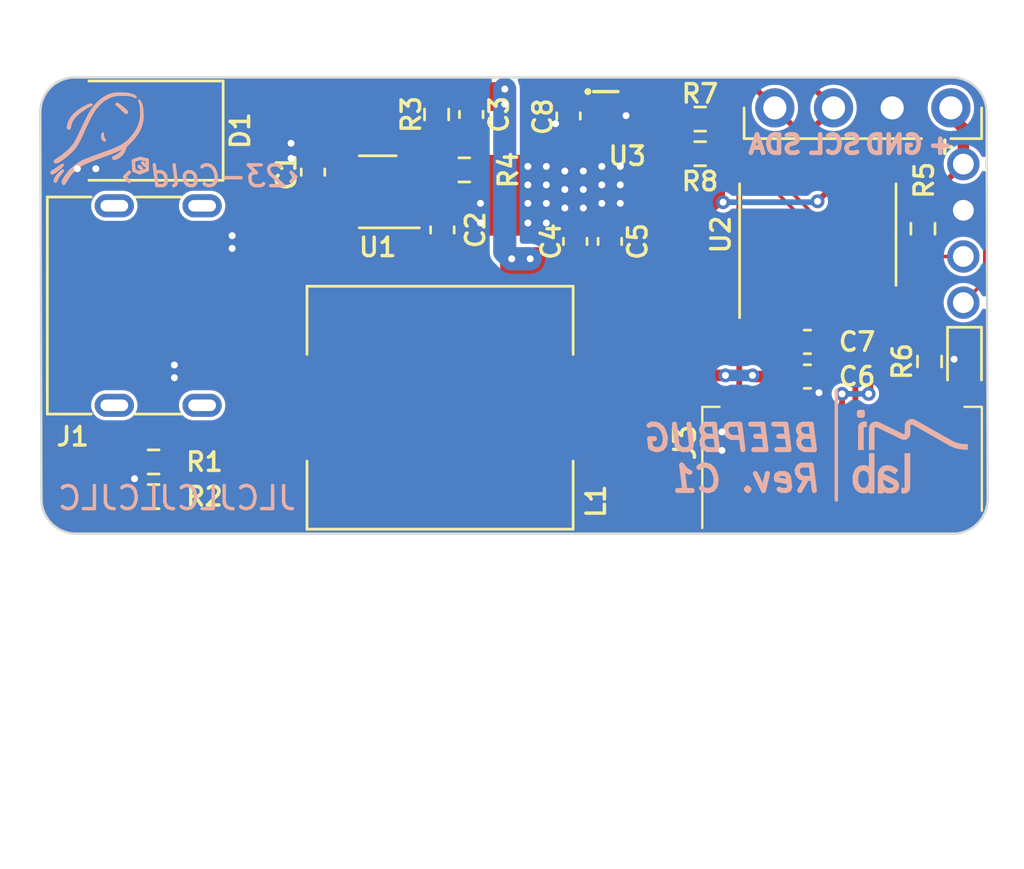
<source format=kicad_pcb>
(kicad_pcb (version 20221018) (generator pcbnew)
  (layers (0 "F.Cu" signal) (31 "B.Cu" signal) (34 "B.Paste" user) (35 "F.Paste" user) (36 "B.SilkS" user "B.Silkscreen") (37 "F.SilkS" user "F.Silkscreen") (38 "B.Mask" user) (39 "F.Mask" user) (44 "Edge.Cuts" user))
  (net 0 "")
  (net 1 "VBUS")
  (net 2 "GND")
  (net 3 "Net-(U1-BS)")
  (net 4 "Net-(U1-SW)")
  (net 5 "VDD")
  (net 6 "Net-(U1-FB)")
  (net 7 "Net-(D2-A)")
  (net 8 "Net-(J1-CC1)")
  (net 9 "Net-(J1-CC2)")
  (net 11 "SWCLK")
  (net 12 "SWDIO")
  (net 13 "nRF_CE")
  (net 14 "SPI1_CSx")
  (net 15 "SPI1_CK")
  (net 16 "SPI1_MOSI")
  (net 17 "SPI1_MISO")
  (net 19 "I2C2_SCL")
  (net 20 "I2C2_SDA")
  (net 21 "ACT_LED")
  (footprint "Capacitor_SMD:C_0603_1608Metric" (layer "F.Cu") (at 55.7 57.1 -90)
    (fp_text reference "C3" (at 0 -1.2 90) (layer "F.SilkS") (effects (font (size 0.8 0.8))))
    (fp_text value "22p")
    (pad "1" smd roundrect (at -0.775 0 270) (size 0.9 0.95) (layers "F.Cu" "F.Paste" "F.Mask") (net 5 "VDD"))
    (pad "2" smd roundrect (at 0.775 0 270) (size 0.9 0.95) (layers "F.Cu" "F.Paste" "F.Mask") (net 6 "Net-(U1-FB)"))
  )
  (footprint "Resistor_SMD:R_0603_1608Metric" (layer "F.Cu") (at 55.4 59.5)
    (fp_text reference "R4" (at 1.9 0 90) (layer "F.SilkS") (effects (font (size 0.8 0.8))))
    (fp_text value "22k")
    (pad "1" smd roundrect (at -0.825 0) (size 0.8 0.95) (layers "F.Cu" "F.Paste" "F.Mask") (net 6 "Net-(U1-FB)"))
    (pad "2" smd roundrect (at 0.825 0) (size 0.8 0.95) (layers "F.Cu" "F.Paste" "F.Mask") (net 2 "GND"))
  )
  (footprint "Resistor_SMD:R_0603_1608Metric" (layer "F.Cu") (at 65.61 57.3 180)
    (fp_text reference "R7" (at 0.01 1.1) (layer "F.SilkS") (effects (font (size 0.8 0.8))))
    (fp_text value "3.3k")
    (pad "1" smd roundrect (at -0.825 0 180) (size 0.8 0.95) (layers "F.Cu" "F.Paste" "F.Mask") (net 5 "VDD"))
    (pad "2" smd roundrect (at 0.825 0 180) (size 0.8 0.95) (layers "F.Cu" "F.Paste" "F.Mask") (net 19 "I2C2_SCL"))
  )
  (footprint "Capacitor_SMD:C_0603_1608Metric" (layer "F.Cu") (at 70.25 66.95)
    (fp_text reference "C7" (at 2.15 0) (layer "F.SilkS") (effects (font (size 0.8 0.8))))
    (fp_text value "100n")
    (pad "1" smd roundrect (at -0.775 0) (size 0.9 0.95) (layers "F.Cu" "F.Paste" "F.Mask") (net 5 "VDD"))
    (pad "2" smd roundrect (at 0.775 0) (size 0.9 0.95) (layers "F.Cu" "F.Paste" "F.Mask") (net 2 "GND"))
  )
  (footprint "Capacitor_SMD:C_0603_1608Metric" (layer "F.Cu") (at 61.7 62.6 90)
    (fp_text reference "C5" (at 0 1.2 90) (layer "F.SilkS") (effects (font (size 0.8 0.8))))
    (fp_text value "22u")
    (pad "1" smd roundrect (at -0.775 0 90) (size 0.9 0.95) (layers "F.Cu" "F.Paste" "F.Mask") (net 5 "VDD"))
    (pad "2" smd roundrect (at 0.775 0 90) (size 0.9 0.95) (layers "F.Cu" "F.Paste" "F.Mask") (net 2 "GND"))
  )
  (footprint "Resistor_SMD:R_0603_1608Metric" (layer "F.Cu") (at 54.2 57.1 -90)
    (fp_text reference "R3" (at 0 1.1 90) (layer "F.SilkS") (effects (font (size 0.8 0.8))))
    (fp_text value "100k")
    (pad "1" smd roundrect (at -0.825 0 270) (size 0.8 0.95) (layers "F.Cu" "F.Paste" "F.Mask") (net 5 "VDD"))
    (pad "2" smd roundrect (at 0.825 0 270) (size 0.8 0.95) (layers "F.Cu" "F.Paste" "F.Mask") (net 6 "Net-(U1-FB)"))
  )
  (footprint "Connector_PinHeader_2.54mm:PinHeader_1x04_P2.54mm_Vertical" (layer "F.Cu") (at 76.46 56.815 -90)
    (fp_text reference "J4" hide)
    (fp_text value "Conn_01x04")
    (pad "1" thru_hole circle (at 0 0 270) (size 1.7 1.7) (drill 1) (layers "*.Cu" "*.Mask") (net 5 "VDD"))
    (pad "2" thru_hole oval (at 0 2.54 270) (size 1.7 1.7) (drill 1) (layers "*.Cu" "*.Mask") (net 2 "GND"))
    (pad "3" thru_hole oval (at 0 5.08 270) (size 1.7 1.7) (drill 1) (layers "*.Cu" "*.Mask") (net 19 "I2C2_SCL"))
    (pad "4" thru_hole oval (at 0 7.62 270) (size 1.7 1.7) (drill 1) (layers "*.Cu" "*.Mask") (net 20 "I2C2_SDA"))
  )
  (footprint "LED_SMD:LED_0603_1608Metric" (layer "F.Cu") (at 77.05 67.8 -90)
    (fp_text reference "D2" hide)
    (fp_text value "Green")
    (pad "1" smd roundrect (at -0.7875 0 270) (size 0.875 0.95) (layers "F.Cu" "F.Paste" "F.Mask") (net 2 "GND"))
    (pad "2" smd roundrect (at 0.7875 0 270) (size 0.875 0.95) (layers "F.Cu" "F.Paste" "F.Mask") (net 7 "Net-(D2-A)"))
  )
  (footprint "Flowerbed_footprints:TestPoints_1x04_P2.0" (layer "F.Cu") (at 77 62.25 -90)
    (fp_text reference "J2" hide)
    (fp_text value "Conn_01x04")
    (fp_text user "+" (at -3.75 0.75 -90 unlocked) (layer "F.SilkS") (effects (font (size 0.75 0.75))))
    (pad "1" thru_hole circle (at -3 0 270) (size 1.4 1.4) (drill 0.9) (layers "*.Cu" "*.Mask") (net 5 "VDD"))
    (pad "2" thru_hole circle (at -1 0 270) (size 1.4 1.4) (drill 0.9) (layers "*.Cu" "*.Mask") (net 2 "GND"))
    (pad "3" thru_hole circle (at 1 0 270) (size 1.4 1.4) (drill 0.9) (layers "*.Cu" "*.Mask") (net 11 "SWCLK"))
    (pad "4" thru_hole circle (at 3 0 270) (size 1.4 1.4) (drill 0.9) (layers "*.Cu" "*.Mask") (net 12 "SWDIO"))
  )
  (footprint "Resistor_SMD:R_0603_1608Metric" (layer "F.Cu") (at 75.5375 67.8 -90)
    (fp_text reference "R6" (at 0 1.1875 90) (layer "F.SilkS") (effects (font (size 0.8 0.8))))
    (fp_text value "2k TBD")
    (pad "1" smd roundrect (at -0.825 0 270) (size 0.8 0.95) (layers "F.Cu" "F.Paste" "F.Mask") (net 21 "ACT_LED"))
    (pad "2" smd roundrect (at 0.825 0 270) (size 0.8 0.95) (layers "F.Cu" "F.Paste" "F.Mask") (net 7 "Net-(D2-A)"))
  )
  (footprint "Capacitor_SMD:C_0603_1608Metric" (layer "F.Cu") (at 70.25 68.45)
    (fp_text reference "C6" (at 2.15 0) (layer "F.SilkS") (effects (font (size 0.8 0.8))))
    (fp_text value "4.7u")
    (pad "1" smd roundrect (at -0.775 0) (size 0.9 0.95) (layers "F.Cu" "F.Paste" "F.Mask") (net 5 "VDD"))
    (pad "2" smd roundrect (at 0.775 0) (size 0.9 0.95) (layers "F.Cu" "F.Paste" "F.Mask") (net 2 "GND"))
  )
  (footprint "Package_TO_SOT_SMD:SOT-23-6" (layer "F.Cu") (at 51.65 60.45 180)
    (fp_text reference "U1" (at 0 -2.4) (layer "F.SilkS") (effects (font (size 0.8 0.8))))
    (fp_text value "MT2492")
    (pad "1" smd roundrect (at -1.1375 -0.95 180) (size 1.325 0.6) (layers "F.Cu" "F.Paste" "F.Mask") (net 3 "Net-(U1-BS)"))
    (pad "2" smd roundrect (at -1.1375 0 180) (size 1.325 0.6) (layers "F.Cu" "F.Paste" "F.Mask") (net 2 "GND"))
    (pad "3" smd roundrect (at -1.1375 0.95 180) (size 1.325 0.6) (layers "F.Cu" "F.Paste" "F.Mask") (net 6 "Net-(U1-FB)"))
    (pad "4" smd roundrect (at 1.1375 0.95 180) (size 1.325 0.6) (layers "F.Cu" "F.Paste" "F.Mask") (net 1 "VBUS"))
    (pad "5" smd roundrect (at 1.1375 0 180) (size 1.325 0.6) (layers "F.Cu" "F.Paste" "F.Mask") (net 1 "VBUS"))
    (pad "6" smd roundrect (at 1.1375 -0.95 180) (size 1.325 0.6) (layers "F.Cu" "F.Paste" "F.Mask") (net 4 "Net-(U1-SW)"))
  )
  (footprint "Inductor_SMD:L_Sunlord_MWSA1004S" (layer "F.Cu") (at 54.35 69.8)
    (fp_text reference "L1" (at 6.75 4.05 90) (layer "F.SilkS") (effects (font (size 0.8 0.8))))
    (fp_text value "4.7u")
    (pad "1" smd rect (at -4.75 0) (size 4.1 4.1) (layers "F.Cu" "F.Paste" "F.Mask") (net 4 "Net-(U1-SW)"))
    (pad "2" smd rect (at 4.75 0) (size 4.1 4.1) (layers "F.Cu" "F.Paste" "F.Mask") (net 5 "VDD"))
  )
  (footprint "Flowerbed_Cen_footprints:USB_C_Receptacle" (layer "F.Cu") (at 41.25 65.375 -90)
    (fp_text reference "J1" (at 5.675 2.8 -180) (layer "F.SilkS") (effects (font (size 0.8 0.8))))
    (fp_text value "USB_C_Receptacle_PowerOnly_6P")
    (pad "A5" smd rect (at -0.5 -2.9 270) (size 0.7 1.6) (layers "F.Cu" "F.Paste" "F.Mask") (net 8 "Net-(J1-CC1)"))
    (pad "A9" smd rect (at 1.57 -2.9 270) (size 0.8 1.6) (layers "F.Cu" "F.Paste" "F.Mask") (net 1 "VBUS"))
    (pad "A12" smd rect (at 2.75 -2.9 270) (size 0.9 1.6) (layers "F.Cu" "F.Paste" "F.Mask") (net 2 "GND"))
    (pad "B5" smd rect (at 0.5 -2.9 270) (size 0.7 1.6) (layers "F.Cu" "F.Paste" "F.Mask") (net 9 "Net-(J1-CC2)"))
    (pad "B9" smd rect (at -1.57 -2.9 270) (size 0.8 1.6) (layers "F.Cu" "F.Paste" "F.Mask") (net 1 "VBUS"))
    (pad "B12" smd rect (at -2.75 -2.9 270) (size 0.9 1.6) (layers "F.Cu" "F.Paste" "F.Mask") (net 2 "GND"))
    (pad "S1" thru_hole oval (at -4.32 -2.8 270) (size 1 1.7) (drill oval 0.5 1.2) (layers "*.Cu" "*.Mask"))
    (pad "S2" thru_hole oval (at 4.32 -2.8 270) (size 1 1.7) (drill oval 0.5 1.2) (layers "*.Cu" "*.Mask"))
    (pad "S3" thru_hole oval (at 4.32 1 270) (size 1 1.7) (drill oval 0.5 1.2) (layers "*.Cu" "*.Mask"))
    (pad "S4" thru_hole oval (at -4.32 1 270) (size 1 1.7) (drill oval 0.5 1.2) (layers "*.Cu" "*.Mask"))
  )
  (footprint "Capacitor_SMD:C_0603_1608Metric" (layer "F.Cu") (at 60.2 62.6 90)
    (fp_text reference "C4" (at 0 -1.05 90) (layer "F.SilkS") (effects (font (size 0.8 0.8))))
    (fp_text value "22u")
    (pad "1" smd roundrect (at -0.775 0 90) (size 0.9 0.95) (layers "F.Cu" "F.Paste" "F.Mask") (net 5 "VDD"))
    (pad "2" smd roundrect (at 0.775 0 90) (size 0.9 0.95) (layers "F.Cu" "F.Paste" "F.Mask") (net 2 "GND"))
  )
  (footprint "Capacitor_SMD:C_0603_1608Metric" (layer "F.Cu") (at 48.85 59.6 90)
    (fp_text reference "C1" (at 0 -1.15 90) (layer "F.SilkS") (effects (font (size 0.8 0.8))))
    (fp_text value "22u")
    (pad "1" smd roundrect (at -0.775 0 90) (size 0.9 0.95) (layers "F.Cu" "F.Paste" "F.Mask") (net 1 "VBUS"))
    (pad "2" smd roundrect (at 0.775 0 90) (size 0.9 0.95) (layers "F.Cu" "F.Paste" "F.Mask") (net 2 "GND"))
  )
  (footprint "Capacitor_SMD:C_0603_1608Metric" (layer "F.Cu") (at 59.91 57.165 -90)
    (fp_text reference "C8" (at 0.035 1.11 90) (layer "F.SilkS") (effects (font (size 0.8 0.8))))
    (fp_text value "100n")
    (pad "1" smd roundrect (at -0.775 0 270) (size 0.9 0.95) (layers "F.Cu" "F.Paste" "F.Mask") (net 5 "VDD"))
    (pad "2" smd roundrect (at 0.775 0 270) (size 0.9 0.95) (layers "F.Cu" "F.Paste" "F.Mask") (net 2 "GND"))
  )
  (footprint "Resistor_SMD:R_0603_1608Metric" (layer "F.Cu") (at 75.25 62.05 90)
    (fp_text reference "R5" (at 2.1 0.05 90) (layer "F.SilkS") (effects (font (size 0.8 0.8))))
    (fp_text value "1M")
    (pad "1" smd roundrect (at -0.825 0 90) (size 0.8 0.95) (layers "F.Cu" "F.Paste" "F.Mask") (net 11 "SWCLK"))
    (pad "2" smd roundrect (at 0.825 0 90) (size 0.8 0.95) (layers "F.Cu" "F.Paste" "F.Mask") (net 2 "GND"))
  )
  (footprint "Resistor_SMD:R_0603_1608Metric" (layer "F.Cu") (at 65.61 58.8 180)
    (fp_text reference "R8" (at 0.01 -1.2) (layer "F.SilkS") (effects (font (size 0.8 0.8))))
    (fp_text value "3.3k")
    (pad "1" smd roundrect (at -0.825 0 180) (size 0.8 0.95) (layers "F.Cu" "F.Paste" "F.Mask") (net 5 "VDD"))
    (pad "2" smd roundrect (at 0.825 0 180) (size 0.8 0.95) (layers "F.Cu" "F.Paste" "F.Mask") (net 20 "I2C2_SDA"))
  )
  (footprint "Diode_SMD:D_SMB" (layer "F.Cu") (at 41.3 57.8 180)
    (fp_text reference "D1" (at -4.4 0 90) (layer "F.SilkS") (effects (font (size 0.8 0.8))))
    (fp_text value "SMBJ5.0A")
    (pad "1" smd roundrect (at -2.15 0 180) (size 2.5 2.3) (layers "F.Cu" "F.Paste" "F.Mask") (roundrect_rratio 0.1086956522) (net 1 "VBUS"))
    (pad "2" smd roundrect (at 2.15 0 180) (size 2.5 2.3) (layers "F.Cu" "F.Paste" "F.Mask") (roundrect_rratio 0.1086956522) (net 2 "GND"))
  )
  (footprint "Resistor_SMD:R_0603_1608Metric" (layer "F.Cu") (at 41.95 73.65 180)
    (fp_text reference "R2" (at -2.2 0) (layer "F.SilkS") (effects (font (size 0.8 0.8))))
    (fp_text value "5.1k")
    (pad "1" smd roundrect (at -0.825 0 180) (size 0.8 0.95) (layers "F.Cu" "F.Paste" "F.Mask") (net 8 "Net-(J1-CC1)"))
    (pad "2" smd roundrect (at 0.825 0 180) (size 0.8 0.95) (layers "F.Cu" "F.Paste" "F.Mask") (net 2 "GND"))
  )
  (footprint "Flowerbed_Cen_footprints:SOT65P210X100-6N" (layer "F.Cu") (at 62.3975 57.16)
    (fp_text reference "U3" (at 0.0525 1.74) (layer "F.SilkS") (effects (font (size 0.8 0.8))))
    (fp_text value "LTC4311CSC6#TRPBF" hide)
    (pad "1" smd rect (at -0.95 -0.65 90) (size 0.4 1.2) (layers "F.Cu" "F.Paste" "F.Mask") (net 5 "VDD"))
    (pad "2" smd rect (at -0.95 0 90) (size 0.4 1.2) (layers "F.Cu" "F.Paste" "F.Mask") (net 2 "GND"))
    (pad "3" smd rect (at -0.95 0.65 90) (size 0.4 1.2) (layers "F.Cu" "F.Paste" "F.Mask") (net 5 "VDD"))
    (pad "4" smd rect (at 0.95 0.65 90) (size 0.4 1.2) (layers "F.Cu" "F.Paste" "F.Mask") (net 20 "I2C2_SDA"))
    (pad "5" smd rect (at 0.95 0 90) (size 0.4 1.2) (layers "F.Cu" "F.Paste" "F.Mask") (net 2 "GND"))
    (pad "6" smd rect (at 0.95 -0.65 90) (size 0.4 1.2) (layers "F.Cu" "F.Paste" "F.Mask") (net 19 "I2C2_SCL"))
  )
  (footprint "Flowerbed_Cen_footprints:SMD_Module_P1.27_1x08" (layer "F.Cu") (at 76.2 71.2625 -90)
    (fp_text reference "J3" (at 0.0375 11.25 90 unlocked) (layer "F.SilkS") (effects (font (size 0.9 0.9) (thickness 0.15) bold)))
    (fp_text value "Conn_01x08")
    (pad "1" smd roundrect (at 0 0 270) (size 3 1) (layers "F.Cu" "F.Paste" "F.Mask") (net 5 "VDD"))
    (pad "2" smd roundrect (at 0 1.27 270) (size 3 1) (layers "F.Cu" "F.Paste" "F.Mask") (net 13 "nRF_CE"))
    (pad "3" smd roundrect (at 0 2.54 270) (size 3 1) (layers "F.Cu" "F.Paste" "F.Mask") (net 14 "SPI1_CSx"))
    (pad "4" smd roundrect (at 0 3.81 270) (size 3 1) (layers "F.Cu" "F.Paste" "F.Mask") (net 15 "SPI1_CK"))
    (pad "5" smd roundrect (at 0 5.08 270) (size 3 1) (layers "F.Cu" "F.Paste" "F.Mask") (net 16 "SPI1_MOSI"))
    (pad "6" smd roundrect (at 0 6.35 270) (size 3 1) (layers "F.Cu" "F.Paste" "F.Mask") (net 17 "SPI1_MISO"))
    (pad "7" smd roundrect (at 0 7.62 270) (size 3 1) (layers "F.Cu" "F.Paste" "F.Mask"))
    (pad "8" smd roundrect (at 0 8.89 270) (size 3 1) (layers "F.Cu" "F.Paste" "F.Mask") (net 2 "GND"))
  )
  (footprint "Resistor_SMD:R_0603_1608Metric" (layer "F.Cu") (at 41.95 72.15 180)
    (fp_text reference "R1" (at -2.2 0) (layer "F.SilkS") (effects (font (size 0.8 0.8))))
    (fp_text value "5.1k")
    (pad "1" smd roundrect (at -0.825 0 180) (size 0.8 0.95) (layers "F.Cu" "F.Paste" "F.Mask") (net 9 "Net-(J1-CC2)"))
    (pad "2" smd roundrect (at 0.825 0 180) (size 0.8 0.95) (layers "F.Cu" "F.Paste" "F.Mask") (net 2 "GND"))
  )
  (footprint "Package_SO:TSSOP-20_4.4x6.5mm_P0.65mm" (layer "F.Cu") (at 70.7 62.3 90)
    (fp_text reference "U2" (at 0 -4.2 90) (layer "F.SilkS") (effects (font (size 0.8 0.8))))
    (fp_text value "STM32G030F6Px")
    (pad "1" smd roundrect (at -2.8625 -2.925 90) (size 1.475 0.4) (layers "F.Cu" "F.Paste" "F.Mask"))
    (pad "2" smd roundrect (at -2.8625 -2.275 90) (size 1.475 0.4) (layers "F.Cu" "F.Paste" "F.Mask") (net 21 "ACT_LED"))
    (pad "3" smd roundrect (at -2.8625 -1.625 90) (size 1.475 0.4) (layers "F.Cu" "F.Paste" "F.Mask"))
    (pad "4" smd roundrect (at -2.8625 -0.975 90) (size 1.475 0.4) (layers "F.Cu" "F.Paste" "F.Mask") (net 5 "VDD"))
    (pad "5" smd roundrect (at -2.8625 -0.325 90) (size 1.475 0.4) (layers "F.Cu" "F.Paste" "F.Mask") (net 2 "GND"))
    (pad "6" smd roundrect (at -2.8625 0.325 90) (size 1.475 0.4) (layers "F.Cu" "F.Paste" "F.Mask"))
    (pad "7" smd roundrect (at -2.8625 0.975 90) (size 1.475 0.4) (layers "F.Cu" "F.Paste" "F.Mask") (net 13 "nRF_CE"))
    (pad "8" smd roundrect (at -2.8625 1.625 90) (size 1.475 0.4) (layers "F.Cu" "F.Paste" "F.Mask") (net 15 "SPI1_CK"))
    (pad "9" smd roundrect (at -2.8625 2.275 90) (size 1.475 0.4) (layers "F.Cu" "F.Paste" "F.Mask") (net 16 "SPI1_MOSI"))
    (pad "10" smd roundrect (at -2.8625 2.925 90) (size 1.475 0.4) (layers "F.Cu" "F.Paste" "F.Mask") (net 14 "SPI1_CSx"))
    (pad "11" smd roundrect (at 2.8625 2.925 90) (size 1.475 0.4) (layers "F.Cu" "F.Paste" "F.Mask"))
    (pad "12" smd roundrect (at 2.8625 2.275 90) (size 1.475 0.4) (layers "F.Cu" "F.Paste" "F.Mask"))
    (pad "13" smd roundrect (at 2.8625 1.625 90) (size 1.475 0.4) (layers "F.Cu" "F.Paste" "F.Mask"))
    (pad "14" smd roundrect (at 2.8625 0.975 90) (size 1.475 0.4) (layers "F.Cu" "F.Paste" "F.Mask"))
    (pad "15" smd roundrect (at 2.8625 0.325 90) (size 1.475 0.4) (layers "F.Cu" "F.Paste" "F.Mask"))
    (pad "16" smd roundrect (at 2.8625 -0.325 90) (size 1.475 0.4) (layers "F.Cu" "F.Paste" "F.Mask") (net 19 "I2C2_SCL"))
    (pad "17" smd roundrect (at 2.8625 -0.975 90) (size 1.475 0.4) (layers "F.Cu" "F.Paste" "F.Mask") (net 20 "I2C2_SDA"))
    (pad "18" smd roundrect (at 2.8625 -1.625 90) (size 1.475 0.4) (layers "F.Cu" "F.Paste" "F.Mask") (net 12 "SWDIO"))
    (pad "19" smd roundrect (at 2.8625 -2.275 90) (size 1.475 0.4) (layers "F.Cu" "F.Paste" "F.Mask") (net 11 "SWCLK"))
    (pad "20" smd roundrect (at 2.8625 -2.925 90) (size 1.475 0.4) (layers "F.Cu" "F.Paste" "F.Mask") (net 17 "SPI1_MISO"))
  )
  (footprint "Capacitor_SMD:C_0603_1608Metric" (layer "F.Cu") (at 54.45 62.1 -90)
    (fp_text reference "C2" (at 0 -1.43 90) (layer "F.SilkS") (effects (font (size 0.8 0.8))))
    (fp_text value "22n")
    (pad "1" smd roundrect (at -0.775 0 270) (size 0.9 0.95) (layers "F.Cu" "F.Paste" "F.Mask") (net 3 "Net-(U1-BS)"))
    (pad "2" smd roundrect (at 0.775 0 270) (size 0.9 0.95) (layers "F.Cu" "F.Paste" "F.Mask") (net 4 "Net-(U1-SW)"))
  )
  (footprint "LOGO" (layer "B.Cu") (at 74.7 71.7 180)
    (fp_text reference "G***" hide)
    (fp_text value "LOGO" hide)
  )
  (footprint "LOGO" (layer "B.Cu") (at 39.443527 58.229684 180)
    (fp_text reference "G***" hide)
    (fp_text value "LOGO" hide)
  )
  (gr_line (start 41.375 59) (end 41.675 59.075) (stroke (width 0.15)) (layer "B.SilkS"))
  (gr_line (start 41.35 59.625) (end 41.1 59.525) (stroke (width 0.15)) (layer "B.SilkS"))
  (gr_line (start 40.9 60) (end 40.7 59.8) (stroke (width 0.15)) (layer "B.SilkS"))
  (gr_line (start 48.1 59.8) (end 47.9 59.6) (stroke (width 0.15)) (layer "B.SilkS"))
  (gr_line (start 41.675 59.075) (end 41.675 59.5) (stroke (width 0.15)) (layer "B.SilkS"))
  (gr_line (start 41.075 59.1) (end 41.375 59) (stroke (width 0.15)) (layer "B.SilkS"))
  (gr_line (start 71.5 69.05) (end 71.5 73.8) (stroke (width 0.15)) (layer "B.SilkS"))
  (gr_line (start 41.475 59.2) (end 41.575 59.3) (stroke (width 0.15)) (layer "B.SilkS"))
  (gr_line (start 47.9 60) (end 48.1 59.8) (stroke (width 0.15)) (layer "B.SilkS"))
  (gr_line (start 41.1 59.525) (end 41.075 59.125) (stroke (width 0.15)) (layer "B.SilkS"))
  (gr_line (start 41.325 59.35) (end 41.425 59.45) (stroke (width 0.15)) (layer "B.SilkS"))
  (gr_line (start 40.7 59.8) (end 40.9 59.6) (stroke (width 0.15)) (layer "B.SilkS"))
  (gr_line (start 41.675 59.5) (end 41.35 59.625) (stroke (width 0.15)) (layer "B.SilkS"))
  (gr_arc (start 76.5 55.5) (mid 77.56066 55.93934) (end 78 57) (stroke (width 0.1)) (layer "Edge.Cuts"))
  (gr_arc (start 78.05 73.75) (mid 77.61066 74.81066) (end 76.55 75.25) (stroke (width 0.1)) (layer "Edge.Cuts"))
  (gr_arc (start 37.05 57) (mid 37.48934 55.93934) (end 38.55 55.5) (stroke (width 0.1)) (layer "Edge.Cuts"))
  (gr_line (start 38.6 75.25) (end 76.55 75.25) (stroke (width 0.1)) (layer "Edge.Cuts"))
  (gr_arc (start 38.6 75.25) (mid 37.53934 74.81066) (end 37.1 73.75) (stroke (width 0.1)) (layer "Edge.Cuts"))
  (gr_line (start 37.05 57) (end 37.1 73.75) (stroke (width 0.1)) (layer "Edge.Cuts"))
  (gr_line (start 78 57) (end 78.05 73.75) (stroke (width 0.1)) (layer "Edge.Cuts"))
  (gr_line (start 38.55 55.5) (end 76.5 55.5) (stroke (width 0.1)) (layer "Edge.Cuts"))
  (gr_text "BEEPBUG\nRev. C1" (at 70.95 73.53) (layer "B.SilkS") (effects (font (size 1.1 1.1) (thickness 0.22) bold italic) (justify left bottom mirror)))
  (gr_text "GND" (at 74 58.4) (layer "B.SilkS") (effects (font (size 0.8 0.8) (thickness 0.2) bold) (justify mirror)))
  (gr_text "SCL" (at 71.45 58.4) (layer "B.SilkS") (effects (font (size 0.8 0.8) (thickness 0.2) bold) (justify mirror)))
  (gr_text "JLCJLCJLCJLC" (at 48.2 74.3) (layer "B.SilkS") (effects (font (size 1 1)) (justify left bottom mirror)))
  (gr_text "SDA" (at 68.85 58.4) (layer "B.SilkS") (effects (font (size 0.8 0.8) (thickness 0.2) bold) (justify mirror)))
  (gr_text "23-Cold" (at 47.8 60.3) (layer "B.SilkS") (effects (font (size 0.9 0.9) (thickness 0.15) italic) (justify left bottom mirror)))
  (gr_text "+" (at 76 58.4) (layer "B.SilkS") (effects (font (size 0.8 0.8) (thickness 0.2) bold) (justify mirror)))
  (segment (start 48.525 60.05) (end 48.85 60.375) (width 1) (layer "F.Cu") (net 1))
  (segment (start 45.7 60.05) (end 48.525 60.05) (width 1) (layer "F.Cu") (net 1))
  (segment (start 44.15 63.805) (end 42.555 63.805) (width 1) (layer "F.Cu") (net 1))
  (segment (start 42.77 66.945) (end 44.15 66.945) (width 1) (layer "F.Cu") (net 1))
  (segment (start 42.55 63.8) (end 42.55 66.725) (width 1) (layer "F.Cu") (net 1))
  (segment (start 42.55 66.725) (end 42.77 66.945) (width 1) (layer "F.Cu") (net 1))
  (segment (start 43.45 57.8) (end 45.7 60.05) (width 1) (layer "F.Cu") (net 1))
  (segment (start 42.55 58.7) (end 42.55 63.8) (width 1) (layer "F.Cu") (net 1))
  (segment (start 42.555 63.805) (end 42.55 63.8) (width 1) (layer "F.Cu") (net 1))
  (segment (start 43.45 57.8) (end 42.55 58.7) (width 1) (layer "F.Cu") (net 1))
  (segment (start 66.55 71.65) (end 66.55 70.85) (width 1) (layer "F.Cu") (net 2))
  (segment (start 76.65 67.4125) (end 77.05 67.0125) (width 0.5) (layer "F.Cu") (net 2))
  (segment (start 51.575 59.118026) (end 51.575 59.899999) (width 0.5) (layer "F.Cu") (net 2))
  (segment (start 52.125001 60.45) (end 52.7875 60.45) (width 0.5) (layer "F.Cu") (net 2))
  (segment (start 41.125 72.875) (end 41.125 72.15) (width 0.5) (layer "F.Cu") (net 2))
  (segment (start 66.55 70.85) (end 66.8975 70.85) (width 1) (layer "F.Cu") (net 2))
  (segment (start 48.85 58.825) (end 48.875 58.8) (width 0.5) (layer "F.Cu") (net 2))
  (segment (start 62.4 57.15) (end 62.41 57.16) (width 0.5) (layer "F.Cu") (net 2))
  (segment (start 62.41 57.16) (end 63.3475 57.16) (width 0.5) (layer "F.Cu") (net 2))
  (segment (start 62.39 57.16) (end 62.4 57.15) (width 0.5) (layer "F.Cu") (net 2))
  (segment (start 66.55 71.65) (end 66.9225 71.65) (width 1) (layer "F.Cu") (net 2))
  (segment (start 42.85 67.95) (end 43.975 67.95) (width 0.6) (layer "F.Cu") (net 2))
  (segment (start 47.9 58.35) (end 48.375 58.35) (width 0.75) (layer "F.Cu") (net 2))
  (segment (start 44.475 62.9) (end 44.2 62.625) (width 0.6) (layer "F.Cu") (net 2))
  (segment (start 71.025 66.95) (end 71.025 68.45) (width 0.5) (layer "F.Cu") (net 2))
  (segment (start 52.7875 60.45) (end 56.65 60.45) (width 0.5) (layer "F.Cu") (net 2))
  (segment (start 47.9 59) (end 48.675 59) (width 0.75) (layer "F.Cu") (net 2))
  (segment (start 60.69 57.16) (end 61.4475 57.16) (width 0.5) (layer "F.Cu") (net 2))
  (segment (start 59.91 57.94) (end 60.69 57.16) (width 0.5) (layer "F.Cu") (net 2))
  (segment (start 51.575 59.899999) (end 52.125001 60.45) (width 0.5) (layer "F.Cu") (net 2))
  (segment (start 38.65 58.3) (end 39.15 57.8) (width 1) (layer "F.Cu") (net 2))
  (segment (start 76.65 67.7) (end 76.65 67.4125) (width 0.5) (layer "F.Cu") (net 2))
  (segment (start 45.4 62.35) (end 45.4 62.9) (width 0.6) (layer "F.Cu") (net 2))
  (segment (start 48.675 59) (end 48.85 58.825) (width 0.75) (layer "F.Cu") (net 2))
  (segment (start 70.75 68.725) (end 71.025 68.45) (width 0.5) (layer "F.Cu") (net 2))
  (segment (start 71.025 66.95) (end 70.375 66.3) (width 0.5) (layer "F.Cu") (net 2))
  (segment (start 47.9 59) (end 47.9 58.35) (width 0.75) (layer "F.Cu") (net 2))
  (segment (start 48.375 58.35) (end 48.85 58.825) (width 0.75) (layer "F.Cu") (net 2))
  (segment (start 44.475 62.35) (end 44.2 62.625) (width 0.6) (layer "F.Cu") (net 2))
  (segment (start 70.375 66.3) (end 70.375 65.1625) (width 0.5) (layer "F.Cu") (net 2))
  (segment (start 75.25 61.225) (end 77.025 61.225) (width 0.25) (layer "F.Cu") (net 2))
  (segment (start 41.125 72.875) (end 41.125 73.65) (width 0.5) (layer "F.Cu") (net 2))
  (segment (start 61.4475 57.16) (end 62.39 57.16) (width 0.5) (layer "F.Cu") (net 2))
  (segment (start 59.7895 57.94) (end 59.3495 57.5) (width 0.5) (layer "F.Cu") (net 2))
  (segment (start 70.75 69.15) (end 70.75 68.725) (width 0.5) (layer "F.Cu") (net 2))
  (segment (start 45.4 62.9) (end 44.475 62.9) (width 0.6) (layer "F.Cu") (net 2))
  (segment (start 38.65 59.45) (end 38.65 58.3) (width 1) (layer "F.Cu") (net 2))
  (segment (start 39.45 59.45) (end 39.45 58.1) (width 1) (layer "F.Cu") (net 2))
  (segment (start 51.256974 58.8) (end 51.575 59.118026) (width 0.5) (layer "F.Cu") (net 2))
  (segment (start 42.85 68.5) (end 43.775 68.5) (width 0.6) (layer "F.Cu") (net 2))
  (segment (start 77.025 61.225) (end 77.05 61.25) (width 0.25) (layer "F.Cu") (net 2))
  (segment (start 42.85 68.5) (end 42.85 67.95) (width 0.6) (layer "F.Cu") (net 2))
  (segment (start 43.775 68.5) (end 44.15 68.125) (width 0.6) (layer "F.Cu") (net 2))
  (segment (start 45.4 62.35) (end 44.475 62.35) (width 0.6) (layer "F.Cu") (net 2))
  (segment (start 66.9225 71.65) (end 67.31 71.2625) (width 1) (layer "F.Cu") (net 2))
  (segment (start 66.8975 70.85) (end 67.31 71.2625) (width 1) (layer "F.Cu") (net 2))
  (segment (start 48.875 58.8) (end 51.256974 58.8) (width 0.5) (layer "F.Cu") (net 2))
  (segment (start 59.91 57.94) (end 59.7895 57.94) (width 0.5) (layer "F.Cu") (net 2))
  (segment (start 38.65 59.45) (end 39.45 59.45) (width 1) (layer "F.Cu") (net 2))
  (segment (start 43.975 67.95) (end 44.15 68.125) (width 0.6) (layer "F.Cu") (net 2))
  (segment (start 39.45 58.1) (end 39.15 57.8) (width 1) (layer "F.Cu") (net 2))
  (via (at 42.85 68.5) (size 0.6) (drill 0.3) (layers "F.Cu" "B.Cu") (net 2))
  (via (at 59.75 61.15) (size 0.6) (drill 0.3) (layers "F.Cu" "B.Cu") (net 2))
  (via (at 61.35 60.15) (size 0.6) (drill 0.3) (layers "F.Cu" "B.Cu") (net 2))
  (via (at 61.35 59.35) (size 0.6) (drill 0.3) (layers "F.Cu" "B.Cu") (net 2))
  (via (at 60.55 61.15) (size 0.6) (drill 0.3) (layers "F.Cu" "B.Cu") (net 2))
  (via (at 58.15 61.8) (size 0.6) (drill 0.3) (layers "F.Cu" "B.Cu") (net 2))
  (via (at 66.55 70.85) (size 0.6) (drill 0.3) (layers "F.Cu" "B.Cu") (net 2))
  (via (at 60.55 59.55) (size 0.6) (drill 0.3) (layers "F.Cu" "B.Cu") (net 2))
  (via (at 45.35 62.9) (size 0.6) (drill 0.3) (layers "F.Cu" "B.Cu") (net 2))
  (via (at 62.4 57.15) (size 0.6) (drill 0.3) (layers "F.Cu" "B.Cu") (net 2))
  (via (at 58.15 59.35) (size 0.6) (drill 0.3) (layers "F.Cu" "B.Cu") (net 2))
  (via (at 58.95 59.35) (size 0.6) (drill 0.3) (layers "F.Cu" "B.Cu") (net 2))
  (via (at 66.55 71.65) (size 0.6) (drill 0.3) (layers "F.Cu" "B.Cu") (net 2))
  (via (at 59.75 60.35) (size 0.6) (drill 0.3) (layers "F.Cu" "B.Cu") (net 2))
  (via (at 70.75 69.15) (size 0.6) (drill 0.3) (layers "F.Cu" "B.Cu") (net 2))
  (via (at 62.15 60.15) (size 0.6) (drill 0.3) (layers "F.Cu" "B.Cu") (net 2))
  (via (at 59.75 59.55) (size 0.6) (drill 0.3) (layers "F.Cu" "B.Cu") (net 2))
  (via (at 59.3495 57.5) (size 0.6) (drill 0.3) (layers "F.Cu" "B.Cu") (net 2))
  (via (at 61.35 60.95) (size 0.6) (drill 0.3) (layers "F.Cu" "B.Cu") (net 2))
  (via (at 58.95 61.8) (size 0.6) (drill 0.3) (layers "F.Cu" "B.Cu") (net 2))
  (via (at 58.15 60.95) (size 0.6) (drill 0.3) (layers "F.Cu" "B.Cu") (net 2))
  (via (at 60.55 60.35) (size 0.6) (drill 0.3) (layers "F.Cu" "B.Cu") (net 2))
  (via (at 58.95 60.15) (size 0.6) (drill 0.3) (layers "F.Cu" "B.Cu") (net 2))
  (via (at 58.95 60.95) (size 0.6) (drill 0.3) (layers "F.Cu" "B.Cu") (net 2))
  (via (at 41.125 72.875) (size 0.6) (drill 0.3) (layers "F.Cu" "B.Cu") (net 2))
  (via (at 76.6 67.7) (size 0.6) (drill 0.3) (layers "F.Cu" "B.Cu") (net 2))
  (via (at 62.15 59.35) (size 0.6) (drill 0.3) (layers "F.Cu" "B.Cu") (net 2))
  (via (at 38.65 59.45) (size 0.6) (drill 0.3) (layers "F.Cu" "B.Cu") (net 2))
  (via (at 47.9 58.35) (size 0.6) (drill 0.3) (layers "F.Cu" "B.Cu") (net 2))
  (via (at 62.15 60.95) (size 0.6) (drill 0.3) (layers "F.Cu" "B.Cu") (net 2))
  (via (at 39.45 59.45) (size 0.6) (drill 0.3) (layers "F.Cu" "B.Cu") (net 2))
  (via (at 56.1 60.95) (size 0.6) (drill 0.3) (layers "F.Cu" "B.Cu") (net 2))
  (via (at 47.9 59) (size 0.6) (drill 0.3) (layers "F.Cu" "B.Cu") (net 2))
  (via (at 56.1 61.8) (size 0.6) (drill 0.3) (layers "F.Cu" "B.Cu") (net 2))
  (via (at 42.85 67.95) (size 0.6) (drill 0.3) (layers "F.Cu" "B.Cu") (net 2))
  (via (at 45.35 62.35) (size 0.6) (drill 0.3) (layers "F.Cu" "B.Cu") (net 2))
  (via (at 58.15 60.15) (size 0.6) (drill 0.3) (layers "F.Cu" "B.Cu") (net 2))
  (segment (start 54.375 61.4) (end 54.45 61.325) (width 0.5) (layer "F.Cu") (net 3))
  (segment (start 52.7875 61.4) (end 54.375 61.4) (width 0.75) (layer "F.Cu") (net 3))
  (segment (start 54.45 62.875) (end 52.475 62.875) (width 0.5) (layer "F.Cu") (net 4))
  (segment (start 51 61.4) (end 50.5125 61.4) (width 0.5) (layer "F.Cu") (net 4))
  (segment (start 52.475 62.875) (end 51 61.4) (width 0.5) (layer "F.Cu") (net 4))
  (segment (start 77 57.7) (end 76.46 57.16) (width 0.5) (layer "F.Cu") (net 5))
  (segment (start 60.03 56.51) (end 59.91 56.39) (width 0.5) (layer "F.Cu") (net 5))
  (segment (start 59.91 56.39) (end 59.21 56.39) (width 0.5) (layer "F.Cu") (net 5))
  (segment (start 58.65 58.045118) (end 59.394882 58.79) (width 0.5) (layer "F.Cu") (net 5))
  (segment (start 65.5625 73.1625) (end 64.15 71.75) (width 0.5) (layer "F.Cu") (net 5))
  (segment (start 66.435 58.8) (end 66.435 60.765) (width 0.5) (layer "F.Cu") (net 5))
  (segment (start 61.4475 57.81) (end 61.96 57.81) (width 0.5) (layer "F.Cu") (net 5))
  (segment (start 59.21 56.39) (end 58.65 56.95) (width 0.5) (layer "F.Cu") (net 5))
  (segment (start 61.4475 56.51) (end 60.03 56.51) (width 0.5) (layer "F.Cu") (net 5))
  (segment (start 67.9245 68.45) (end 69.45 68.45) (width 0.5) (layer "F.Cu") (net 5))
  (segment (start 75.456166 73.1625) (end 65.5625 73.1625) (width 0.5) (layer "F.Cu") (net 5))
  (segment (start 66.435 57.3) (end 66.435 58.8) (width 0.5) (layer "F.Cu") (net 5))
  (segment (start 60.425118 58.79) (end 60.785 58.430118) (width 0.5) (layer "F.Cu") (net 5))
  (segment (start 75.8 60.45) (end 77 59.25) (width 0.25) (layer "F.Cu") (net 5))
  (segment (start 60.785 58.065) (end 61.04 57.81) (width 0.5) (layer "F.Cu") (net 5))
  (segment (start 59.394882 58.79) (end 60.425118 58.79) (width 0.5) (layer "F.Cu") (net 5))
  (segment (start 76.2 72.418666) (end 75.456166 73.1625) (width 0.5) (layer "F.Cu") (net 5))
  (segment (start 61.96 57.81) (end 62.56 58.41) (width 0.5) (layer "F.Cu") (net 5))
  (segment (start 77 59.25) (end 77 57.7) (width 0.5) (layer "F.Cu") (net 5))
  (segment (start 61.04 57.81) (end 61.4475 57.81) (width 0.5) (layer "F.Cu") (net 5))
  (segment (start 66.7005 68.4) (end 64.275 68.4) (width 0.5) (layer "F.Cu") (net 5))
  (segment (start 58.65 56.95) (end 58.65 58.045118) (width 0.5) (layer "F.Cu") (net 5))
  (segment (start 71.1 60.45) (end 75.8 60.45) (width 0.25) (layer "F.Cu") (net 5))
  (segment (start 63.06 58.41) (end 65.925 61.275) (width 0.5) (layer "F.Cu") (net 5))
  (segment (start 69.725 65.1625) (end 69.725 66.7) (width 0.5) (layer "F.Cu") (net 5))
  (segment (start 76.46 57.16) (end 76.46 56.815) (width 0.5) (layer "F.Cu") (net 5))
  (segment (start 66.57 60.9) (end 66.435 60.765) (width 0.25) (layer "F.Cu") (net 5))
  (segment (start 76.2 71.2625) (end 76.2 72.418666) (width 0.5) (layer "F.Cu") (net 5))
  (segment (start 69.725 66.7) (end 69.475 66.95) (width 0.5) (layer "F.Cu") (net 5))
  (segment (start 66.435 60.765) (end 64.25 62.95) (width 0.5) (layer "F.Cu") (net 5))
  (segment (start 67.8745 68.4) (end 67.9245 68.45) (width 0.5) (layer "F.Cu") (net 5))
  (segment (start 70.689683 60.860317) (end 71.1 60.45) (width 0.25) (layer "F.Cu") (net 5))
  (segment (start 69.475 66.95) (end 69.475 68.45) (width 0.5) (layer "F.Cu") (net 5))
  (segment (start 60.785 58.430118) (end 60.785 58.065) (width 0.5) (layer "F.Cu") (net 5))
  (segment (start 62.56 58.41) (end 63.06 58.41) (width 0.5) (layer "F.Cu") (net 5))
  (segment (start 66.6 60.9) (end 66.57 60.9) (width 0.25) (layer "F.Cu") (net 5))
  (via (at 58.25 63.35) (size 0.6) (drill 0.3) (layers "F.Cu" "B.Cu") (net 5))
  (via (at 66.6 60.9) (size 0.6) (drill 0.3) (layers "F.Cu" "B.Cu") (net 5))
  (via (at 66.7005 68.4) (size 0.6) (drill 0.3) (layers "F.Cu" "B.Cu") (net 5))
  (via (at 57.15 56.65) (size 0.6) (drill 0.3) (layers "F.Cu" "B.Cu") (net 5))
  (via (at 57.15 56) (size 0.6) (drill 0.3) (layers "F.Cu" "B.Cu") (net 5))
  (via (at 57.45 63.35) (size 0.6) (drill 0.3) (layers "F.Cu" "B.Cu") (net 5))
  (via (at 70.689683 60.860317) (size 0.6) (drill 0.3) (layers "F.Cu" "B.Cu") (net 5))
  (via (at 67.8745 68.4) (size 0.6) (drill 0.3) (layers "F.Cu" "B.Cu") (net 5))
  (segment (start 57.15 63.05) (end 57.15 56) (width 1) (layer "B.Cu") (net 5))
  (segment (start 70.65 60.9) (end 66.6 60.9) (width 0.25) (layer "B.Cu") (net 5))
  (segment (start 70.689683 60.860317) (end 70.65 60.9) (width 0.25) (layer "B.Cu") (net 5))
  (segment (start 58.25 63.35) (end 57.45 63.35) (width 1) (layer "B.Cu") (net 5))
  (segment (start 57.45 63.35) (end 57.15 63.05) (width 1) (layer "B.Cu") (net 5))
  (segment (start 66.7005 68.4) (end 67.8745 68.4) (width 0.5) (layer "B.Cu") (net 5))
  (segment (start 77.0125 68.625) (end 77.05 68.5875) (width 0.25) (layer "F.Cu") (net 7))
  (segment (start 75.5375 68.625) (end 77.0125 68.625) (width 0.25) (layer "F.Cu") (net 7))
  (segment (start 44.725 64.875) (end 45.625 65.775) (width 0.25) (layer "F.Cu") (net 8))
  (segment (start 45.625 65.775) (end 45.625 70.8) (width 0.25) (layer "F.Cu") (net 8))
  (segment (start 44.15 64.875) (end 44.725 64.875) (width 0.25) (layer "F.Cu") (net 8))
  (segment (start 45.625 70.8) (end 42.775 73.65) (width 0.25) (layer "F.Cu") (net 8))
  (segment (start 45.225 66.425) (end 45.225 70.375) (width 0.25) (layer "F.Cu") (net 9))
  (segment (start 44.675 65.875) (end 45.225 66.425) (width 0.25) (layer "F.Cu") (net 9))
  (segment (start 45.225 70.375) (end 43.45 72.15) (width 0.25) (layer "F.Cu") (net 9))
  (segment (start 43.45 72.15) (end 42.775 72.15) (width 0.25) (layer "F.Cu") (net 9))
  (segment (start 44.15 65.875) (end 44.675 65.875) (width 0.25) (layer "F.Cu") (net 9))
  (segment (start 77 63.25) (end 75.625 63.25) (width 0.15) (layer "F.Cu") (net 11))
  (segment (start 75.625 63.25) (end 75.25 62.875) (width 0.15) (layer "F.Cu") (net 11))
  (segment (start 68.425 59.98739) (end 71.31261 62.875) (width 0.15) (layer "F.Cu") (net 11))
  (segment (start 71.31261 62.875) (end 75.25 62.875) (width 0.15) (layer "F.Cu") (net 11))
  (segment (start 68.425 59.4375) (end 68.425 59.98739) (width 0.15) (layer "F.Cu") (net 11))
  (segment (start 69.075 59.98739) (end 71.33761 62.25) (width 0.15) (layer "F.Cu") (net 12))
  (segment (start 77.925 62.866852) (end 77.925 64.325) (width 0.15) (layer "F.Cu") (net 12))
  (segment (start 77.308148 62.25) (end 77.925 62.866852) (width 0.15) (layer "F.Cu") (net 12))
  (segment (start 77.925 64.325) (end 77 65.25) (width 0.15) (layer "F.Cu") (net 12))
  (segment (start 69.075 59.4375) (end 69.075 59.98739) (width 0.15) (layer "F.Cu") (net 12))
  (segment (start 71.33761 62.25) (end 77.308148 62.25) (width 0.15) (layer "F.Cu") (net 12))
  (segment (start 73.883102 64.15) (end 74.298445 64.565343) (width 0.25) (layer "F.Cu") (net 13))
  (segment (start 74.298445 64.565343) (end 74.298445 69.651555) (width 0.25) (layer "F.Cu") (net 13))
  (segment (start 74.298445 69.651555) (end 74.93 70.28311) (width 0.25) (layer "F.Cu") (net 13))
  (segment (start 71.675 64.541898) (end 72.066898 64.15) (width 0.25) (layer "F.Cu") (net 13))
  (segment (start 72.066898 64.15) (end 73.883102 64.15) (width 0.25) (layer "F.Cu") (net 13))
  (segment (start 71.675 65.1625) (end 71.675 64.541898) (width 0.25) (layer "F.Cu") (net 13))
  (segment (start 74.93 70.28311) (end 74.93 71.2625) (width 0.25) (layer "F.Cu") (net 13))
  (segment (start 73.625 71.2275) (end 73.66 71.2625) (width 0.25) (layer "F.Cu") (net 14))
  (segment (start 73.625 65.1625) (end 73.625 71.2275) (width 0.25) (layer "F.Cu") (net 14))
  (segment (start 72.325 71.1975) (end 72.39 71.2625) (width 0.25) (layer "F.Cu") (net 15))
  (segment (start 72.325 65.1625) (end 72.325 71.1975) (width 0.25) (layer "F.Cu") (net 15))
  (segment (start 72.975 65.1625) (end 72.975 69.1245) (width 0.25) (layer "F.Cu") (net 16))
  (segment (start 71.7505 69.2) (end 71.7505 69.6495) (width 0.25) (layer "F.Cu") (net 16))
  (segment (start 71.7505 69.6495) (end 71.12 70.28) (width 0.25) (layer "F.Cu") (net 16))
  (segment (start 72.975 69.1245) (end 72.8995 69.2) (width 0.25) (layer "F.Cu") (net 16))
  (segment (start 71.12 70.28) (end 71.12 71.2625) (width 0.25) (layer "F.Cu") (net 16))
  (via (at 72.8995 69.2) (size 0.6) (drill 0.3) (layers "F.Cu" "B.Cu") (net 16))
  (via (at 71.7505 69.2) (size 0.6) (drill 0.3) (layers "F.Cu" "B.Cu") (net 16))
  (segment (start 72.8995 69.2) (end 71.7505 69.2) (width 0.25) (layer "B.Cu") (net 16))
  (segment (start 67.775 59.975) (end 67.3 60.45) (width 0.25) (layer "F.Cu") (net 17))
  (segment (start 67.3 69.2) (end 67.5 69.4) (width 0.25) (layer "F.Cu") (net 17))
  (segment (start 68.96689 69.4) (end 69.85 70.28311) (width 0.25) (layer "F.Cu") (net 17))
  (segment (start 67.5 69.4) (end 68.96689 69.4) (width 0.25) (layer "F.Cu") (net 17))
  (segment (start 67.3 60.45) (end 67.3 69.2) (width 0.25) (layer "F.Cu") (net 17))
  (segment (start 69.85 70.28311) (end 69.85 71.2625) (width 0.25) (layer "F.Cu") (net 17))
  (segment (start 67.775 59.4375) (end 67.775 59.975) (width 0.25) (layer "F.Cu") (net 17))
  (segment (start 63.91 56.51) (end 64.7 57.3) (width 0.25) (layer "F.Cu") (net 19))
  (segment (start 64.785 57.3) (end 64.785 57.232022) (width 0.25) (layer "F.Cu") (net 19))
  (segment (start 63.3475 56.51) (end 63.91 56.51) (width 0.25) (layer "F.Cu") (net 19))
  (segment (start 64.7 57.3) (end 64.785 57.3) (width 0.25) (layer "F.Cu") (net 19))
  (segment (start 70.375 57.82) (end 71.38 56.815) (width 0.25) (layer "F.Cu") (net 19))
  (segment (start 66.327022 55.69) (end 70.255 55.69) (width 0.25) (layer "F.Cu") (net 19))
  (segment (start 64.785 57.232022) (end 66.327022 55.69) (width 0.25) (layer "F.Cu") (net 19))
  (segment (start 70.375 59.4375) (end 70.375 57.82) (width 0.25) (layer "F.Cu") (net 19))
  (segment (start 70.255 55.69) (end 71.38 56.815) (width 0.25) (layer "F.Cu") (net 19))
  (segment (start 69.725 57.7) (end 69.725 59.4375) (width 0.25) (layer "F.Cu") (net 20))
  (segment (start 63.3475 57.81) (end 63.795 57.81) (width 0.25) (layer "F.Cu") (net 20))
  (segment (start 63.795 57.81) (end 64.785 58.8) (width 0.25) (layer "F.Cu") (net 20))
  (segment (start 64.785 58.8) (end 65.76 57.825) (width 0.25) (layer "F.Cu") (net 20))
  (segment (start 65.76 56.822708) (end 66.492708 56.09) (width 0.25) (layer "F.Cu") (net 20))
  (segment (start 68.115 56.09) (end 68.84 56.815) (width 0.25) (layer "F.Cu") (net 20))
  (segment (start 65.76 57.825) (end 65.76 56.822708) (width 0.25) (layer "F.Cu") (net 20))
  (segment (start 68.84 56.815) (end 69.725 57.7) (width 0.25) (layer "F.Cu") (net 20))
  (segment (start 66.492708 56.09) (end 68.115 56.09) (width 0.25) (layer "F.Cu") (net 20))
  (segment (start 69.216898 63.75) (end 74.048788 63.75) (width 0.25) (layer "F.Cu") (net 21))
  (segment (start 68.425 64.541898) (end 69.216898 63.75) (width 0.25) (layer "F.Cu") (net 21))
  (segment (start 74.048788 63.75) (end 75.1 64.801212) (width 0.25) (layer "F.Cu") (net 21))
  (segment (start 75.1 64.801212) (end 75.1 66.5375) (width 0.25) (layer "F.Cu") (net 21))
  (segment (start 75.1 66.5375) (end 75.5375 66.975) (width 0.25) (layer "F.Cu") (net 21))
  (segment (start 68.425 65.1625) (end 68.425 64.541898) (width 0.25) (layer "F.Cu") (net 21))
  (zone (net 5) (net_name "VDD") (layer "F.Cu") (priority 4) (connect_pads yes (clearance 0.1)) (min_thickness 0.25) (fill yes (thermal_gap 0.5) (thermal_bridge_width 0.5) (island_removal_mode 1) (island_area_min 10))
    (polygon (pts (xy 56.95 62.85) (xy 56.95 71.9) (xy 64.3 71.9) (xy 64.35 62.85)))
  )
  (zone (net 5) (net_name "VDD") (layer "F.Cu") (priority 5) (connect_pads yes (clearance 0.1)) (min_thickness 0.25) (fill yes (thermal_gap 0.5) (thermal_bridge_width 0.5) (island_removal_mode 1) (island_area_min 10))
    (polygon (pts (xy 53.4 55.7) (xy 53.4 56.95) (xy 57.55 56.95) (xy 57.55 55.7)))
  )
  (zone (net 1) (net_name "VBUS") (layer "F.Cu") (priority 1) (connect_pads yes (clearance 0.1)) (min_thickness 0.25) (fill yes (thermal_gap 0.5) (thermal_bridge_width 0.5))
    (polygon (pts (xy 48.15 61.05) (xy 51.2 61.05) (xy 51.2 59.05) (xy 49.4 59.05) (xy 48.9 59.45) (xy 48.15 59.45)))
  )
  (zone (net 2) (net_name "GND") (layer "F.Cu") (connect_pads yes (clearance 0.1)) (min_thickness 0.25) (fill yes (thermal_gap 0.5) (thermal_bridge_width 0.5))
    (polygon (pts (xy 55.6 58.85) (xy 55.6 62.35) (xy 62.6 62.35) (xy 62.6 58.85)))
  )
  (zone (net 6) (net_name "Net-(U1-FB)") (layer "F.Cu") (priority 2) (connect_pads yes (clearance 0.1)) (min_thickness 0.25) (fill yes (thermal_gap 0.5) (thermal_bridge_width 0.5))
    (polygon (pts (xy 52 60) (xy 52 58.75) (xy 53.2 58.75) (xy 53.45 58.5) (xy 53.45 57.4) (xy 56.4 57.4) (xy 56.4 58.65) (xy 55.4 58.65) (xy 55.2 58.85) (xy 55.2 60.05)))
  )
  (zone (net 4) (net_name "Net-(U1-SW)") (layer "F.Cu") (priority 3) (connect_pads yes (clearance 0.1)) (min_thickness 0.25) (fill yes (thermal_gap 0.5) (thermal_bridge_width 0.5))
    (polygon (pts (xy 47.55 61.05) (xy 47.55 71.85) (xy 50.5 71.85) (xy 50.5 61.05)))
  )
  (zone (net 2) (net_name "GND") (layer "B.Cu") (connect_pads yes (clearance 0.1)) (min_thickness 0.25) (fill yes (thermal_gap 0.5) (thermal_bridge_width 0.5) (island_removal_mode 1) (island_area_min 10))
    (polygon (pts (xy 35.85 54.45) (xy 35.55 76.8) (xy 79.65 76.9) (xy 79.6 54.45)))
  )
)
</source>
